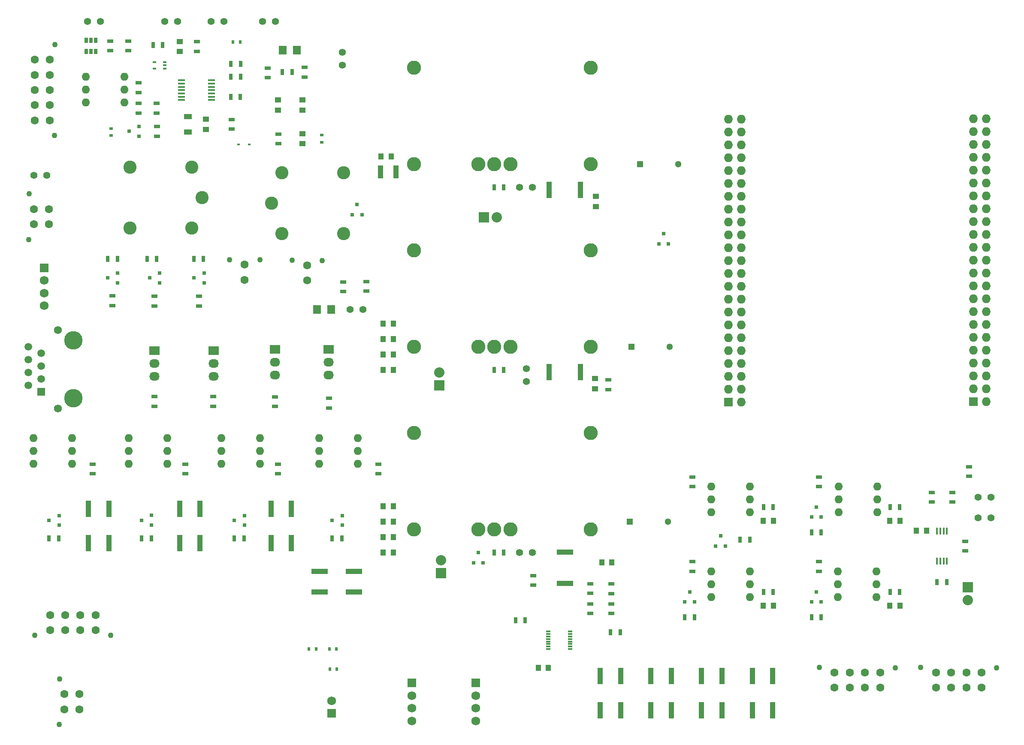
<source format=gts>
G04 #@! TF.FileFunction,Soldermask,Top*
%FSLAX46Y46*%
G04 Gerber Fmt 4.6, Leading zero omitted, Abs format (unit mm)*
G04 Created by KiCad (PCBNEW 4.0.5+dfsg1-4) date Wed Feb  8 17:15:58 2017*
%MOMM*%
%LPD*%
G01*
G04 APERTURE LIST*
%ADD10C,0.100000*%
%ADD11R,1.300000X1.300000*%
%ADD12C,1.300000*%
%ADD13R,0.700000X0.600000*%
%ADD14C,2.600000*%
%ADD15O,1.600000X1.600000*%
%ADD16R,1.300000X0.700000*%
%ADD17R,1.000000X1.250000*%
%ADD18R,1.250000X1.000000*%
%ADD19R,2.032000X2.032000*%
%ADD20O,2.032000X2.032000*%
%ADD21R,0.800100X0.800100*%
%ADD22R,0.700000X1.300000*%
%ADD23R,0.889000X0.305000*%
%ADD24R,0.450000X1.450000*%
%ADD25R,1.450000X0.450000*%
%ADD26C,1.400000*%
%ADD27R,1.727200X1.727200*%
%ADD28O,1.727200X1.727200*%
%ADD29R,1.600000X1.000000*%
%ADD30R,2.032000X1.727200*%
%ADD31O,2.032000X1.727200*%
%ADD32C,1.100000*%
%ADD33C,1.600000*%
%ADD34R,0.650000X1.060000*%
%ADD35C,2.794000*%
%ADD36R,1.000000X2.500000*%
%ADD37R,0.600000X0.700000*%
%ADD38R,1.597660X1.800860*%
%ADD39R,0.590000X0.450000*%
%ADD40C,1.574800*%
%ADD41C,3.649980*%
%ADD42R,1.501140X1.501140*%
%ADD43C,1.501140*%
%ADD44R,1.750000X1.750000*%
%ADD45C,1.750000*%
%ADD46R,1.000000X3.200000*%
%ADD47R,3.200000X1.000000*%
%ADD48R,0.660400X0.406400*%
G04 APERTURE END LIST*
D10*
D11*
X220162000Y-116572000D03*
D12*
X227662000Y-116572000D03*
D13*
X159000000Y-76200000D03*
X159000000Y-74800000D03*
D14*
X135417500Y-87122000D03*
X133417500Y-93122000D03*
X121217500Y-93122000D03*
X121217500Y-81122000D03*
X133417500Y-81122000D03*
D15*
X112458500Y-63246000D03*
X112458500Y-65786000D03*
X112458500Y-68326000D03*
X120078500Y-68326000D03*
X120078500Y-65786000D03*
X120078500Y-63246000D03*
D16*
X117284500Y-58100000D03*
X117284500Y-56200000D03*
D17*
X203750000Y-180000000D03*
X201750000Y-180000000D03*
X172750000Y-78980000D03*
X170750000Y-78980000D03*
D18*
X213100000Y-86900000D03*
X213100000Y-88900000D03*
D17*
X173156000Y-115048000D03*
X171156000Y-115048000D03*
X173156000Y-118096000D03*
X171156000Y-118096000D03*
X173156000Y-112000000D03*
X171156000Y-112000000D03*
D18*
X213000000Y-122900000D03*
X213000000Y-124900000D03*
D17*
X173156000Y-154164000D03*
X171156000Y-154164000D03*
X173156000Y-151116000D03*
X171156000Y-151116000D03*
X173156000Y-148068000D03*
X171156000Y-148068000D03*
X214300000Y-159200000D03*
X216300000Y-159200000D03*
X278368000Y-152908000D03*
X276368000Y-152908000D03*
D18*
X131000500Y-58277000D03*
X131000500Y-56277000D03*
X155250000Y-74500000D03*
X155250000Y-76500000D03*
X150368000Y-67834000D03*
X150368000Y-69834000D03*
D15*
X235894000Y-144208000D03*
X235894000Y-146748000D03*
X235894000Y-149288000D03*
X243514000Y-149288000D03*
X243514000Y-146748000D03*
X243514000Y-144208000D03*
D19*
X286512000Y-164084000D03*
D20*
X286512000Y-166624000D03*
D21*
X122984260Y-74991000D03*
X122984260Y-73091000D03*
X120985280Y-74041000D03*
X118748980Y-103950000D03*
X118748980Y-102050000D03*
X116750000Y-103000000D03*
X236794000Y-155940760D03*
X238694000Y-155940760D03*
X237744000Y-153941780D03*
D22*
X193050000Y-85076000D03*
X194950000Y-85076000D03*
X193050000Y-157212000D03*
X194950000Y-157212000D03*
D16*
X286004000Y-156906000D03*
X286004000Y-155006000D03*
D22*
X280482000Y-163068000D03*
X282382000Y-163068000D03*
D16*
X279400000Y-145354000D03*
X279400000Y-147254000D03*
X283464000Y-145354000D03*
X283464000Y-147254000D03*
X120840500Y-56200000D03*
X120840500Y-58100000D03*
X126428500Y-70419000D03*
X126428500Y-68519000D03*
X122872500Y-70419000D03*
X122872500Y-68519000D03*
X122872500Y-64455000D03*
X122872500Y-66355000D03*
D22*
X141050000Y-67250000D03*
X142950000Y-67250000D03*
X142999500Y-60706000D03*
X141099500Y-60706000D03*
D16*
X126555500Y-74991000D03*
X126555500Y-73091000D03*
D22*
X151259500Y-62357000D03*
X153159500Y-62357000D03*
X127632500Y-57023000D03*
X125732500Y-57023000D03*
D16*
X134429500Y-58227000D03*
X134429500Y-56327000D03*
X155638500Y-61407000D03*
X155638500Y-63307000D03*
X141224000Y-71694000D03*
X141224000Y-73594000D03*
X117750000Y-106550000D03*
X117750000Y-108450000D03*
X232144000Y-142298000D03*
X232144000Y-144198000D03*
D22*
X271194000Y-148248000D03*
X273094000Y-148248000D03*
D23*
X203732221Y-172807390D03*
X203732221Y-173307390D03*
X203732221Y-173807390D03*
X203732221Y-174307390D03*
X203732221Y-174807390D03*
X203732221Y-175307390D03*
X203732221Y-175807390D03*
X208072221Y-172807390D03*
X208072221Y-173307390D03*
X208072221Y-173807390D03*
X208072221Y-174307390D03*
X208072221Y-174807390D03*
X208072221Y-175307390D03*
X208072221Y-176307390D03*
X208072221Y-175807390D03*
X203732221Y-176307390D03*
D24*
X280457000Y-158906000D03*
X281107000Y-158906000D03*
X281757000Y-158906000D03*
X282407000Y-158906000D03*
X282407000Y-153006000D03*
X281757000Y-153006000D03*
X281107000Y-153006000D03*
X280457000Y-153006000D03*
D18*
X155194000Y-67834000D03*
X155194000Y-69834000D03*
D17*
X246144000Y-167748000D03*
X248144000Y-167748000D03*
X271144000Y-150998000D03*
X273144000Y-150998000D03*
X271144000Y-167748000D03*
X273144000Y-167748000D03*
D15*
X235894000Y-160958000D03*
X235894000Y-163498000D03*
X235894000Y-166038000D03*
X243514000Y-166038000D03*
X243514000Y-163498000D03*
X243514000Y-160958000D03*
X261024000Y-144208000D03*
X261024000Y-146748000D03*
X261024000Y-149288000D03*
X268644000Y-149288000D03*
X268644000Y-146748000D03*
X268644000Y-144208000D03*
X260894000Y-160958000D03*
X260894000Y-163498000D03*
X260894000Y-166038000D03*
X268514000Y-166038000D03*
X268514000Y-163498000D03*
X268514000Y-160958000D03*
D21*
X230694000Y-166996980D03*
X232594000Y-166996980D03*
X231644000Y-164998000D03*
X255694000Y-150248760D03*
X257594000Y-150248760D03*
X256644000Y-148249780D03*
X255694000Y-166998760D03*
X257594000Y-166998760D03*
X256644000Y-164999780D03*
D16*
X150500000Y-74600000D03*
X150500000Y-76500000D03*
X232144000Y-159048000D03*
X232144000Y-160948000D03*
D22*
X241620000Y-154686000D03*
X243520000Y-154686000D03*
X230694000Y-169998000D03*
X232594000Y-169998000D03*
D16*
X257144000Y-142298000D03*
X257144000Y-144198000D03*
X257144000Y-159048000D03*
X257144000Y-160948000D03*
D22*
X255694000Y-153248000D03*
X257594000Y-153248000D03*
X255694000Y-169998000D03*
X257594000Y-169998000D03*
D25*
X131352500Y-63963000D03*
X131352500Y-64613000D03*
X131352500Y-65263000D03*
X131352500Y-65913000D03*
X131352500Y-66563000D03*
X131352500Y-67213000D03*
X131352500Y-67863000D03*
X137252500Y-67863000D03*
X137252500Y-67213000D03*
X137252500Y-66563000D03*
X137252500Y-65913000D03*
X137252500Y-65263000D03*
X137252500Y-64613000D03*
X137252500Y-63963000D03*
D26*
X198064000Y-85076000D03*
X200604000Y-85076000D03*
X199400000Y-123440000D03*
X199400000Y-120900000D03*
X198064000Y-157212000D03*
X200604000Y-157212000D03*
X288544000Y-146304000D03*
X291084000Y-146304000D03*
X288544000Y-150368000D03*
X291084000Y-150368000D03*
X102210000Y-82750000D03*
X104750000Y-82750000D03*
X115316000Y-52324000D03*
X112776000Y-52324000D03*
X128016000Y-52324000D03*
X130556000Y-52324000D03*
X147320000Y-52324000D03*
X149860000Y-52324000D03*
X163068000Y-60960000D03*
X163068000Y-58420000D03*
X137160000Y-52324000D03*
X139700000Y-52324000D03*
X167132000Y-109220000D03*
X164592000Y-109220000D03*
D27*
X287596986Y-127474721D03*
D28*
X290136986Y-127474721D03*
X287596986Y-124934721D03*
X290136986Y-124934721D03*
X287596986Y-122394721D03*
X290136986Y-122394721D03*
X287596986Y-119854721D03*
X290136986Y-119854721D03*
X287596986Y-117314721D03*
X290136986Y-117314721D03*
X287596986Y-114774721D03*
X290136986Y-114774721D03*
X287596986Y-112234721D03*
X290136986Y-112234721D03*
X287596986Y-109694721D03*
X290136986Y-109694721D03*
X287596986Y-107154721D03*
X290136986Y-107154721D03*
X287596986Y-104614721D03*
X290136986Y-104614721D03*
X287596986Y-102074721D03*
X290136986Y-102074721D03*
X287596986Y-99534721D03*
X290136986Y-99534721D03*
X287596986Y-96994721D03*
X290136986Y-96994721D03*
X287596986Y-94454721D03*
X290136986Y-94454721D03*
X287596986Y-91914721D03*
X290136986Y-91914721D03*
X287596986Y-89374721D03*
X290136986Y-89374721D03*
X287596986Y-86834721D03*
X290136986Y-86834721D03*
X287596986Y-84294721D03*
X290136986Y-84294721D03*
X287596986Y-81754721D03*
X290136986Y-81754721D03*
X287596986Y-79214721D03*
X290136986Y-79214721D03*
X287596986Y-76674721D03*
X290136986Y-76674721D03*
X287596986Y-74134721D03*
X290136986Y-74134721D03*
X287596986Y-71594721D03*
X290136986Y-71594721D03*
D27*
X239306986Y-127514722D03*
D28*
X241846986Y-127514722D03*
X239306986Y-124974722D03*
X241846986Y-124974722D03*
X239306986Y-122434722D03*
X241846986Y-122434722D03*
X239306986Y-119894722D03*
X241846986Y-119894722D03*
X239306986Y-117354722D03*
X241846986Y-117354722D03*
X239306986Y-114814722D03*
X241846986Y-114814722D03*
X239306986Y-112274722D03*
X241846986Y-112274722D03*
X239306986Y-109734722D03*
X241846986Y-109734722D03*
X239306986Y-107194722D03*
X241846986Y-107194722D03*
X239306986Y-104654722D03*
X241846986Y-104654722D03*
X239306986Y-102114722D03*
X241846986Y-102114722D03*
X239306986Y-99574722D03*
X241846986Y-99574722D03*
X239306986Y-97034722D03*
X241846986Y-97034722D03*
X239306986Y-94494722D03*
X241846986Y-94494722D03*
X239306986Y-91954722D03*
X241846986Y-91954722D03*
X239306986Y-89414722D03*
X241846986Y-89414722D03*
X239306986Y-86874722D03*
X241846986Y-86874722D03*
X239306986Y-84334722D03*
X241846986Y-84334722D03*
X239306986Y-81794722D03*
X241846986Y-81794722D03*
X239306986Y-79254722D03*
X241846986Y-79254722D03*
X239306986Y-76714722D03*
X241846986Y-76714722D03*
X239306986Y-74174722D03*
X241846986Y-74174722D03*
X239306986Y-71634722D03*
X241846986Y-71634722D03*
D17*
X246144000Y-150998000D03*
X248144000Y-150998000D03*
D16*
X163250000Y-105700000D03*
X163250000Y-103800000D03*
D22*
X246194000Y-148248000D03*
X248094000Y-148248000D03*
X246194000Y-164998000D03*
X248094000Y-164998000D03*
X271194000Y-164998000D03*
X273094000Y-164998000D03*
D29*
X132651500Y-71144000D03*
X132651500Y-74144000D03*
D15*
X109728000Y-139700000D03*
X109728000Y-137160000D03*
X109728000Y-134620000D03*
X102108000Y-134620000D03*
X102108000Y-137160000D03*
X102108000Y-139700000D03*
X128524000Y-139700000D03*
X128524000Y-137160000D03*
X128524000Y-134620000D03*
X120904000Y-134620000D03*
X120904000Y-137160000D03*
X120904000Y-139700000D03*
X146812000Y-139700000D03*
X146812000Y-137160000D03*
X146812000Y-134620000D03*
X139192000Y-134620000D03*
X139192000Y-137160000D03*
X139192000Y-139700000D03*
X166116000Y-139700000D03*
X166116000Y-137160000D03*
X166116000Y-134620000D03*
X158496000Y-134620000D03*
X158496000Y-137160000D03*
X158496000Y-139700000D03*
D30*
X125984000Y-117348000D03*
D31*
X125984000Y-119888000D03*
X125984000Y-122428000D03*
D30*
X137668000Y-117320000D03*
D31*
X137668000Y-119860000D03*
X137668000Y-122400000D03*
D30*
X149800000Y-117120000D03*
D31*
X149800000Y-119660000D03*
X149800000Y-122200000D03*
D30*
X160400000Y-117120000D03*
D31*
X160400000Y-119660000D03*
X160400000Y-122200000D03*
D32*
X106362000Y-56882000D03*
D33*
X102362000Y-71882000D03*
X102362000Y-68882000D03*
X102362000Y-65882000D03*
X102362000Y-62882000D03*
X102362000Y-59882000D03*
X105362000Y-71882000D03*
X105362000Y-68882000D03*
X105362000Y-65882000D03*
X105362000Y-62882000D03*
X105362000Y-59882000D03*
D32*
X106302000Y-74882000D03*
D21*
X188986000Y-159228760D03*
X190886000Y-159228760D03*
X189936000Y-157229780D03*
X107172760Y-151826000D03*
X107172760Y-149926000D03*
X105173780Y-150876000D03*
X125430280Y-151800600D03*
X125430280Y-149900600D03*
X123431300Y-150850600D03*
X143748760Y-151826000D03*
X143748760Y-149926000D03*
X141749780Y-150876000D03*
X163052760Y-151826000D03*
X163052760Y-149926000D03*
X161053780Y-150876000D03*
D22*
X142999500Y-63246000D03*
X141099500Y-63246000D03*
D16*
X148399500Y-61534000D03*
X148399500Y-63434000D03*
X126047500Y-106619000D03*
X126047500Y-108519000D03*
X134810500Y-106619000D03*
X134810500Y-108519000D03*
X167830500Y-103698000D03*
X167830500Y-105598000D03*
X113792000Y-141666000D03*
X113792000Y-139766000D03*
X132080000Y-141666000D03*
X132080000Y-139766000D03*
D22*
X105222000Y-154432000D03*
X107122000Y-154432000D03*
X123510000Y-154432000D03*
X125410000Y-154432000D03*
D16*
X150368000Y-141666000D03*
X150368000Y-139766000D03*
X170180000Y-141666000D03*
X170180000Y-139766000D03*
D22*
X141798000Y-154432000D03*
X143698000Y-154432000D03*
X161102000Y-154432000D03*
X163002000Y-154432000D03*
D34*
X112524500Y-58250000D03*
X113474500Y-58250000D03*
X114424500Y-58250000D03*
X114424500Y-56050000D03*
X112524500Y-56050000D03*
X113474500Y-56050000D03*
D22*
X193050000Y-121144000D03*
X194950000Y-121144000D03*
D17*
X173156000Y-157212000D03*
X171156000Y-157212000D03*
X173156000Y-121144000D03*
X171156000Y-121144000D03*
D35*
X193085600Y-80504000D03*
X189910600Y-80516700D03*
X196260600Y-80504000D03*
X177210600Y-80504000D03*
X212148300Y-80504000D03*
X177210600Y-61454000D03*
X212135600Y-61454000D03*
X193085600Y-116572000D03*
X189910600Y-116584700D03*
X196260600Y-116572000D03*
X177210600Y-116572000D03*
X212148300Y-116572000D03*
X177210600Y-97522000D03*
X212135600Y-97522000D03*
X193085600Y-152640000D03*
X189910600Y-152652700D03*
X196260600Y-152640000D03*
X177210600Y-152640000D03*
X212148300Y-152640000D03*
X177210600Y-133590000D03*
X212135600Y-133590000D03*
D36*
X173656000Y-82028000D03*
X170656000Y-82028000D03*
D11*
X221862000Y-80504000D03*
D12*
X229362000Y-80504000D03*
D11*
X219830000Y-151130000D03*
D12*
X227330000Y-151130000D03*
D18*
X136207500Y-71644000D03*
X136207500Y-73644000D03*
D37*
X160550000Y-176250000D03*
X161950000Y-176250000D03*
X156500000Y-176250000D03*
X157900000Y-176250000D03*
X160600000Y-180250000D03*
X162000000Y-180250000D03*
D13*
X117500000Y-74900000D03*
X117500000Y-73500000D03*
D37*
X141540000Y-56388000D03*
X142940000Y-56388000D03*
D38*
X151297640Y-58039000D03*
X154137360Y-58039000D03*
X160919860Y-109250000D03*
X158080140Y-109250000D03*
D39*
X144710000Y-76600000D03*
X142600000Y-76600000D03*
D40*
X106934000Y-128816100D03*
D41*
X109982000Y-115354100D03*
X109982000Y-126784100D03*
D42*
X103632000Y-125514100D03*
D43*
X101092000Y-124244100D03*
X103632000Y-122974100D03*
X101092000Y-121704100D03*
X103632000Y-120434100D03*
X101092000Y-119164100D03*
X103632000Y-117894100D03*
X101092000Y-116624100D03*
D40*
X106934000Y-113322100D03*
D32*
X107200000Y-191200000D03*
D33*
X111200000Y-185200000D03*
X111200000Y-188200000D03*
X108200000Y-185200000D03*
X108200000Y-188200000D03*
D32*
X107260000Y-182200000D03*
D44*
X161000000Y-189000000D03*
D45*
X161000000Y-186500000D03*
D19*
X191000000Y-91000000D03*
D20*
X193540000Y-91000000D03*
D19*
X182200000Y-124200000D03*
D20*
X182200000Y-121660000D03*
D19*
X182600000Y-161340000D03*
D20*
X182600000Y-158800000D03*
D44*
X189400000Y-183000000D03*
D45*
X189400000Y-185500000D03*
X189400000Y-188000000D03*
X189400000Y-190500000D03*
D44*
X176800000Y-183000000D03*
D45*
X176800000Y-185500000D03*
X176800000Y-188000000D03*
X176800000Y-190500000D03*
D32*
X101219500Y-95408000D03*
D33*
X105219500Y-89408000D03*
X105219500Y-92408000D03*
X102219500Y-89408000D03*
X102219500Y-92408000D03*
D32*
X101279500Y-86408000D03*
X140827500Y-99378000D03*
D33*
X143827500Y-103378000D03*
X143827500Y-100378000D03*
D32*
X146827500Y-99438000D03*
X153146500Y-99505000D03*
D33*
X156146500Y-103505000D03*
X156146500Y-100505000D03*
D32*
X159146500Y-99565000D03*
D44*
X104250000Y-101000000D03*
D45*
X104250000Y-103500000D03*
X104250000Y-106000000D03*
X104250000Y-108500000D03*
D32*
X257244000Y-179928000D03*
D33*
X269244000Y-183928000D03*
X266244000Y-183928000D03*
X263244000Y-183928000D03*
X260244000Y-183928000D03*
X269244000Y-180928000D03*
X266244000Y-180928000D03*
X263244000Y-180928000D03*
X260244000Y-180928000D03*
D32*
X272244000Y-179988000D03*
X277244000Y-179928000D03*
D33*
X289244000Y-183928000D03*
X286244000Y-183928000D03*
X283244000Y-183928000D03*
X280244000Y-183928000D03*
X289244000Y-180928000D03*
X286244000Y-180928000D03*
X283244000Y-180928000D03*
X280244000Y-180928000D03*
D32*
X292244000Y-179988000D03*
X117400000Y-173600000D03*
D33*
X105400000Y-169600000D03*
X108400000Y-169600000D03*
X111400000Y-169600000D03*
X114400000Y-169600000D03*
X105400000Y-172600000D03*
X108400000Y-172600000D03*
X111400000Y-172600000D03*
X114400000Y-172600000D03*
D32*
X102400000Y-173540000D03*
D21*
X225550000Y-96250760D03*
X227450000Y-96250760D03*
X226500000Y-94251780D03*
X127048260Y-103947000D03*
X127048260Y-102047000D03*
X125049280Y-102997000D03*
X135811260Y-103947000D03*
X135811260Y-102047000D03*
X133812280Y-102997000D03*
X165050000Y-90500760D03*
X166950000Y-90500760D03*
X166000000Y-88501780D03*
D46*
X203900000Y-85600000D03*
X210100000Y-85600000D03*
X203900000Y-121600000D03*
X210100000Y-121600000D03*
D47*
X207000000Y-157150000D03*
X207000000Y-163350000D03*
D16*
X215600000Y-123150000D03*
X215600000Y-125050000D03*
X216200000Y-169300000D03*
X216200000Y-167400000D03*
X212000000Y-169300000D03*
X212000000Y-167400000D03*
X216200000Y-165350000D03*
X216200000Y-163450000D03*
D22*
X197300000Y-170600000D03*
X199200000Y-170600000D03*
D16*
X200750000Y-161800000D03*
X200750000Y-163700000D03*
D22*
X216050000Y-173000000D03*
X217950000Y-173000000D03*
D16*
X212000000Y-165300000D03*
X212000000Y-163400000D03*
X286750000Y-142200000D03*
X286750000Y-140300000D03*
D22*
X126450000Y-99250000D03*
X124550000Y-99250000D03*
X118700000Y-99250000D03*
X116800000Y-99250000D03*
X135700000Y-99250000D03*
X133800000Y-99250000D03*
D16*
X126000000Y-126450000D03*
X126000000Y-128350000D03*
X137600000Y-126450000D03*
X137600000Y-128350000D03*
X149800000Y-126500000D03*
X149800000Y-128400000D03*
X160500000Y-126800000D03*
X160500000Y-128700000D03*
D46*
X228000000Y-188400000D03*
X228000000Y-181600000D03*
X224000000Y-181600000D03*
X224000000Y-188400000D03*
X218000000Y-188400000D03*
X218000000Y-181600000D03*
X214000000Y-181600000D03*
X214000000Y-188400000D03*
X248000000Y-188400000D03*
X248000000Y-181600000D03*
X244000000Y-181600000D03*
X244000000Y-188400000D03*
X238000000Y-188400000D03*
X238000000Y-181600000D03*
X234000000Y-181600000D03*
X234000000Y-188400000D03*
X113000000Y-148600000D03*
X113000000Y-155400000D03*
X117000000Y-155400000D03*
X117000000Y-148600000D03*
X131000000Y-148600000D03*
X131000000Y-155400000D03*
X135000000Y-155400000D03*
X135000000Y-148600000D03*
X149000000Y-148600000D03*
X149000000Y-155400000D03*
X153000000Y-155400000D03*
X153000000Y-148600000D03*
D47*
X165400000Y-161000000D03*
X158600000Y-161000000D03*
X158600000Y-165000000D03*
X165400000Y-165000000D03*
D48*
X128016000Y-61660400D03*
X128016000Y-60339600D03*
X128016000Y-61000000D03*
X125984000Y-60339600D03*
X125984000Y-61660400D03*
D14*
X149150000Y-88250000D03*
X151150000Y-82250000D03*
X163350000Y-82250000D03*
X163350000Y-94250000D03*
X151150000Y-94250000D03*
M02*

</source>
